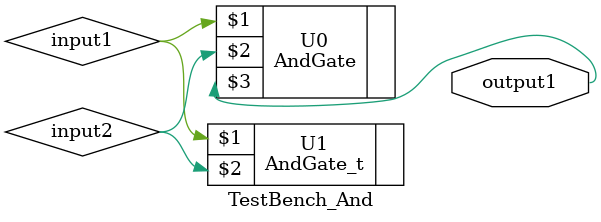
<source format=v>
`timescale 1ns / 1ps


module TestBench_And(
    output output1
    );
    wire input1 ,input2;

    
     AndGate U0(
       input1,
       input2,
       output1
       );
        AndGate_t U1(
           input1,
           input2
          );
       
      
endmodule

</source>
